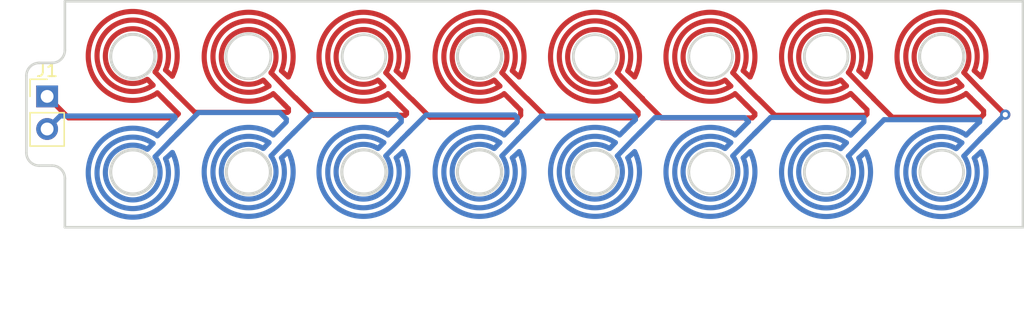
<source format=kicad_pcb>
(kicad_pcb (version 20171130) (host pcbnew "(5.1.6-0-10_14)")

  (general
    (thickness 1.6)
    (drawings 45)
    (tracks 89)
    (zones 0)
    (modules 17)
    (nets 2)
  )

  (page A4)
  (layers
    (0 F.Cu signal)
    (31 B.Cu signal)
    (32 B.Adhes user)
    (33 F.Adhes user)
    (34 B.Paste user)
    (35 F.Paste user)
    (36 B.SilkS user)
    (37 F.SilkS user)
    (38 B.Mask user)
    (39 F.Mask user)
    (40 Dwgs.User user)
    (41 Cmts.User user)
    (42 Eco1.User user)
    (43 Eco2.User user)
    (44 Edge.Cuts user)
    (45 Margin user)
    (46 B.CrtYd user)
    (47 F.CrtYd user)
    (48 B.Fab user)
    (49 F.Fab user)
  )

  (setup
    (last_trace_width 0.4)
    (user_trace_width 0.4)
    (trace_clearance 0.2)
    (zone_clearance 0.508)
    (zone_45_only no)
    (trace_min 0.2)
    (via_size 0.8)
    (via_drill 0.4)
    (via_min_size 0.4)
    (via_min_drill 0.3)
    (uvia_size 0.3)
    (uvia_drill 0.1)
    (uvias_allowed no)
    (uvia_min_size 0.2)
    (uvia_min_drill 0.1)
    (edge_width 0.05)
    (segment_width 0.2)
    (pcb_text_width 0.3)
    (pcb_text_size 1.5 1.5)
    (mod_edge_width 0.12)
    (mod_text_size 1 1)
    (mod_text_width 0.15)
    (pad_size 1 0.25)
    (pad_drill 0)
    (pad_to_mask_clearance 0.05)
    (aux_axis_origin 0 0)
    (visible_elements FFFFFF7F)
    (pcbplotparams
      (layerselection 0x010fc_ffffffff)
      (usegerberextensions true)
      (usegerberattributes true)
      (usegerberadvancedattributes true)
      (creategerberjobfile true)
      (excludeedgelayer true)
      (linewidth 0.100000)
      (plotframeref false)
      (viasonmask false)
      (mode 1)
      (useauxorigin false)
      (hpglpennumber 1)
      (hpglpenspeed 20)
      (hpglpendiameter 15.000000)
      (psnegative false)
      (psa4output false)
      (plotreference true)
      (plotvalue false)
      (plotinvisibletext false)
      (padsonsilk false)
      (subtractmaskfromsilk false)
      (outputformat 1)
      (mirror false)
      (drillshape 0)
      (scaleselection 1)
      (outputdirectory "gerber"))
  )

  (net 0 "")
  (net 1 "Net-(J1-Pad1)")

  (net_class Default "This is the default net class."
    (clearance 0.2)
    (trace_width 0.25)
    (via_dia 0.8)
    (via_drill 0.4)
    (uvia_dia 0.3)
    (uvia_drill 0.1)
    (add_net "Net-(J1-Pad1)")
  )

  (module lib_fp:lid-heater (layer F.Cu) (tedit 5EF9EE5E) (tstamp 5EFACD79)
    (at 88.1761 108.2167)
    (fp_text reference REF** (at 0 -6.096) (layer F.SilkS) hide
      (effects (font (size 1 1) (thickness 0.15)))
    )
    (fp_text value lid-heater (at 0 -0.5) (layer F.Fab) hide
      (effects (font (size 1 1) (thickness 0.15)))
    )
    (fp_text user REF** (at 0 -6.096) (layer F.SilkS) hide
      (effects (font (size 1 1) (thickness 0.15)))
    )
    (fp_arc (start -0.3429 -6.1341) (end 1.397 -4.9022) (angle -336.9282282) (layer F.Cu) (width 0.4))
    (fp_arc (start -0.3429 -6.1595) (end 2.2098 -5.0546) (angle -327.8737649) (layer F.Cu) (width 0.4))
    (fp_arc (start -0.3429 -6.1468) (end 2.7432 -4.572) (angle -330.4707161) (layer F.Cu) (width 0.4))
    (fp_line (start 1.397 -4.9022) (end 2.667 -3.5814) (layer F.Cu) (width 0.4))
    (fp_line (start 1.9304 -2.921) (end 1.5748 -3.2766) (layer F.Cu) (width 0.4))
    (fp_line (start 2.7432 -4.572) (end 2.2098 -5.0546) (layer F.Cu) (width 0.4))
    (fp_line (start 1.2446 -3.8608) (end 0.8128 -4.318) (layer F.Cu) (width 0.4))
    (pad 1 smd rect (at 2.9972 -3.2512 135) (size 1 0.4) (layers F.Cu F.Paste))
    (pad 1 smd rect (at 2.2352 -2.6162 135) (size 1 0.4) (layers F.Cu F.Paste))
  )

  (module lib_fp:lid-heater (layer F.Cu) (tedit 5EF9EE5E) (tstamp 5EFACD79)
    (at 97.1169 108.2167)
    (fp_text reference REF** (at 0 -6.096) (layer F.SilkS) hide
      (effects (font (size 1 1) (thickness 0.15)))
    )
    (fp_text value lid-heater (at 0 -0.5) (layer F.Fab) hide
      (effects (font (size 1 1) (thickness 0.15)))
    )
    (fp_text user REF** (at 0 -6.096) (layer F.SilkS) hide
      (effects (font (size 1 1) (thickness 0.15)))
    )
    (fp_arc (start -0.3429 -6.1341) (end 1.397 -4.9022) (angle -336.9282282) (layer F.Cu) (width 0.4))
    (fp_arc (start -0.3429 -6.1595) (end 2.2098 -5.0546) (angle -327.8737649) (layer F.Cu) (width 0.4))
    (fp_arc (start -0.3429 -6.1468) (end 2.7432 -4.572) (angle -330.4707161) (layer F.Cu) (width 0.4))
    (fp_line (start 1.397 -4.9022) (end 2.667 -3.5814) (layer F.Cu) (width 0.4))
    (fp_line (start 1.9304 -2.921) (end 1.5748 -3.2766) (layer F.Cu) (width 0.4))
    (fp_line (start 2.7432 -4.572) (end 2.2098 -5.0546) (layer F.Cu) (width 0.4))
    (fp_line (start 1.2446 -3.8608) (end 0.8128 -4.318) (layer F.Cu) (width 0.4))
    (pad 1 smd rect (at 2.9972 -3.2512 135) (size 1 0.4) (layers F.Cu F.Paste))
    (pad 1 smd rect (at 2.2352 -2.6162 135) (size 1 0.4) (layers F.Cu F.Paste))
  )

  (module lib_fp:lid-heater (layer F.Cu) (tedit 5EF9EE5E) (tstamp 5EFACD79)
    (at 106.1593 108.2167)
    (fp_text reference REF** (at 0 -6.096) (layer F.SilkS) hide
      (effects (font (size 1 1) (thickness 0.15)))
    )
    (fp_text value lid-heater (at 0 -0.5) (layer F.Fab) hide
      (effects (font (size 1 1) (thickness 0.15)))
    )
    (fp_text user REF** (at 0 -6.096) (layer F.SilkS) hide
      (effects (font (size 1 1) (thickness 0.15)))
    )
    (fp_arc (start -0.3429 -6.1341) (end 1.397 -4.9022) (angle -336.9282282) (layer F.Cu) (width 0.4))
    (fp_arc (start -0.3429 -6.1595) (end 2.2098 -5.0546) (angle -327.8737649) (layer F.Cu) (width 0.4))
    (fp_arc (start -0.3429 -6.1468) (end 2.7432 -4.572) (angle -330.4707161) (layer F.Cu) (width 0.4))
    (fp_line (start 1.397 -4.9022) (end 2.667 -3.5814) (layer F.Cu) (width 0.4))
    (fp_line (start 1.9304 -2.921) (end 1.5748 -3.2766) (layer F.Cu) (width 0.4))
    (fp_line (start 2.7432 -4.572) (end 2.2098 -5.0546) (layer F.Cu) (width 0.4))
    (fp_line (start 1.2446 -3.8608) (end 0.8128 -4.318) (layer F.Cu) (width 0.4))
    (pad 1 smd rect (at 2.9972 -3.2512 135) (size 1 0.4) (layers F.Cu F.Paste))
    (pad 1 smd rect (at 2.2352 -2.6162 135) (size 1 0.4) (layers F.Cu F.Paste))
  )

  (module lib_fp:lid-heater (layer F.Cu) (tedit 5EF9EE5E) (tstamp 5EFACD79)
    (at 115.1509 108.2167)
    (fp_text reference REF** (at 0 -6.096) (layer F.SilkS) hide
      (effects (font (size 1 1) (thickness 0.15)))
    )
    (fp_text value lid-heater (at 0 -0.5) (layer F.Fab) hide
      (effects (font (size 1 1) (thickness 0.15)))
    )
    (fp_text user REF** (at 0 -6.096) (layer F.SilkS) hide
      (effects (font (size 1 1) (thickness 0.15)))
    )
    (fp_arc (start -0.3429 -6.1341) (end 1.397 -4.9022) (angle -336.9282282) (layer F.Cu) (width 0.4))
    (fp_arc (start -0.3429 -6.1595) (end 2.2098 -5.0546) (angle -327.8737649) (layer F.Cu) (width 0.4))
    (fp_arc (start -0.3429 -6.1468) (end 2.7432 -4.572) (angle -330.4707161) (layer F.Cu) (width 0.4))
    (fp_line (start 1.397 -4.9022) (end 2.667 -3.5814) (layer F.Cu) (width 0.4))
    (fp_line (start 1.9304 -2.921) (end 1.5748 -3.2766) (layer F.Cu) (width 0.4))
    (fp_line (start 2.7432 -4.572) (end 2.2098 -5.0546) (layer F.Cu) (width 0.4))
    (fp_line (start 1.2446 -3.8608) (end 0.8128 -4.318) (layer F.Cu) (width 0.4))
    (pad 1 smd rect (at 2.9972 -3.2512 135) (size 1 0.4) (layers F.Cu F.Paste))
    (pad 1 smd rect (at 2.2352 -2.6162 135) (size 1 0.4) (layers F.Cu F.Paste))
  )

  (module lib_fp:lid-heater (layer F.Cu) (tedit 5EF9EE5E) (tstamp 5EFACD79)
    (at 124.1425 108.2167)
    (fp_text reference REF** (at 0 -6.096) (layer F.SilkS) hide
      (effects (font (size 1 1) (thickness 0.15)))
    )
    (fp_text value lid-heater (at 0 -0.5) (layer F.Fab) hide
      (effects (font (size 1 1) (thickness 0.15)))
    )
    (fp_text user REF** (at 0 -6.096) (layer F.SilkS) hide
      (effects (font (size 1 1) (thickness 0.15)))
    )
    (fp_arc (start -0.3429 -6.1341) (end 1.397 -4.9022) (angle -336.9282282) (layer F.Cu) (width 0.4))
    (fp_arc (start -0.3429 -6.1595) (end 2.2098 -5.0546) (angle -327.8737649) (layer F.Cu) (width 0.4))
    (fp_arc (start -0.3429 -6.1468) (end 2.7432 -4.572) (angle -330.4707161) (layer F.Cu) (width 0.4))
    (fp_line (start 1.397 -4.9022) (end 2.667 -3.5814) (layer F.Cu) (width 0.4))
    (fp_line (start 1.9304 -2.921) (end 1.5748 -3.2766) (layer F.Cu) (width 0.4))
    (fp_line (start 2.7432 -4.572) (end 2.2098 -5.0546) (layer F.Cu) (width 0.4))
    (fp_line (start 1.2446 -3.8608) (end 0.8128 -4.318) (layer F.Cu) (width 0.4))
    (pad 1 smd rect (at 2.9972 -3.2512 135) (size 1 0.4) (layers F.Cu F.Paste))
    (pad 1 smd rect (at 2.2352 -2.6162 135) (size 1 0.4) (layers F.Cu F.Paste))
  )

  (module lib_fp:lid-heater (layer F.Cu) (tedit 5EF9EE5E) (tstamp 5EFACD79)
    (at 133.1468 108.204)
    (fp_text reference REF** (at 0 -6.096) (layer F.SilkS) hide
      (effects (font (size 1 1) (thickness 0.15)))
    )
    (fp_text value lid-heater (at 0 -0.5) (layer F.Fab) hide
      (effects (font (size 1 1) (thickness 0.15)))
    )
    (fp_text user REF** (at 0 -6.096) (layer F.SilkS) hide
      (effects (font (size 1 1) (thickness 0.15)))
    )
    (fp_arc (start -0.3429 -6.1341) (end 1.397 -4.9022) (angle -336.9282282) (layer F.Cu) (width 0.4))
    (fp_arc (start -0.3429 -6.1595) (end 2.2098 -5.0546) (angle -327.8737649) (layer F.Cu) (width 0.4))
    (fp_arc (start -0.3429 -6.1468) (end 2.7432 -4.572) (angle -330.4707161) (layer F.Cu) (width 0.4))
    (fp_line (start 1.397 -4.9022) (end 2.667 -3.5814) (layer F.Cu) (width 0.4))
    (fp_line (start 1.9304 -2.921) (end 1.5748 -3.2766) (layer F.Cu) (width 0.4))
    (fp_line (start 2.7432 -4.572) (end 2.2098 -5.0546) (layer F.Cu) (width 0.4))
    (fp_line (start 1.2446 -3.8608) (end 0.8128 -4.318) (layer F.Cu) (width 0.4))
    (pad 1 smd rect (at 2.9972 -3.2512 135) (size 1 0.4) (layers F.Cu F.Paste))
    (pad 1 smd rect (at 2.2352 -2.6162 135) (size 1 0.4) (layers F.Cu F.Paste))
  )

  (module lib_fp:lid-heater (layer F.Cu) (tedit 5EF9EE5E) (tstamp 5EFACD79)
    (at 142.1384 108.204)
    (fp_text reference REF** (at 0 -6.096) (layer F.SilkS) hide
      (effects (font (size 1 1) (thickness 0.15)))
    )
    (fp_text value lid-heater (at 0 -0.5) (layer F.Fab) hide
      (effects (font (size 1 1) (thickness 0.15)))
    )
    (fp_text user REF** (at 0 -6.096) (layer F.SilkS) hide
      (effects (font (size 1 1) (thickness 0.15)))
    )
    (fp_arc (start -0.3429 -6.1341) (end 1.397 -4.9022) (angle -336.9282282) (layer F.Cu) (width 0.4))
    (fp_arc (start -0.3429 -6.1595) (end 2.2098 -5.0546) (angle -327.8737649) (layer F.Cu) (width 0.4))
    (fp_arc (start -0.3429 -6.1468) (end 2.7432 -4.572) (angle -330.4707161) (layer F.Cu) (width 0.4))
    (fp_line (start 1.397 -4.9022) (end 2.667 -3.5814) (layer F.Cu) (width 0.4))
    (fp_line (start 1.9304 -2.921) (end 1.5748 -3.2766) (layer F.Cu) (width 0.4))
    (fp_line (start 2.7432 -4.572) (end 2.2098 -5.0546) (layer F.Cu) (width 0.4))
    (fp_line (start 1.2446 -3.8608) (end 0.8128 -4.318) (layer F.Cu) (width 0.4))
    (pad 1 smd rect (at 2.9972 -3.2512 135) (size 1 0.4) (layers F.Cu F.Paste))
    (pad 1 smd rect (at 2.2352 -2.6162 135) (size 1 0.4) (layers F.Cu F.Paste))
  )

  (module lib_fp:lid-heater (layer B.Cu) (tedit 5EF9EE5E) (tstamp 5EFAD34C)
    (at 142.1384 104.902)
    (fp_text reference REF** (at 0 6.096) (layer B.SilkS) hide
      (effects (font (size 1 1) (thickness 0.15)) (justify mirror))
    )
    (fp_text value lid-heater (at 0 0.5) (layer B.Fab) hide
      (effects (font (size 1 1) (thickness 0.15)) (justify mirror))
    )
    (fp_text user REF** (at 0 6.096) (layer B.SilkS) hide
      (effects (font (size 1 1) (thickness 0.15)) (justify mirror))
    )
    (fp_arc (start -0.3429 6.1341) (end 1.397 4.9022) (angle 336.9282282) (layer B.Cu) (width 0.4))
    (fp_arc (start -0.3429 6.1595) (end 2.2098 5.0546) (angle 327.8737649) (layer B.Cu) (width 0.4))
    (fp_arc (start -0.3429 6.1468) (end 2.7432 4.572) (angle 330.4707161) (layer B.Cu) (width 0.4))
    (fp_line (start 1.397 4.9022) (end 2.667 3.5814) (layer B.Cu) (width 0.4))
    (fp_line (start 1.9304 2.921) (end 1.5748 3.2766) (layer B.Cu) (width 0.4))
    (fp_line (start 2.7432 4.572) (end 2.2098 5.0546) (layer B.Cu) (width 0.4))
    (fp_line (start 1.2446 3.8608) (end 0.8128 4.318) (layer B.Cu) (width 0.4))
    (pad 1 smd rect (at 2.9972 3.2512 225) (size 1 0.4) (layers B.Cu B.Paste))
    (pad 1 smd rect (at 2.2352 2.6162 225) (size 1 0.4) (layers B.Cu B.Paste))
  )

  (module lib_fp:lid-heater (layer B.Cu) (tedit 5EF9EE5E) (tstamp 5EFAD359)
    (at 124.1425 104.8893)
    (fp_text reference REF** (at 0 6.096) (layer B.SilkS) hide
      (effects (font (size 1 1) (thickness 0.15)) (justify mirror))
    )
    (fp_text value lid-heater (at 0 0.5) (layer B.Fab) hide
      (effects (font (size 1 1) (thickness 0.15)) (justify mirror))
    )
    (fp_text user REF** (at 0 6.096) (layer B.SilkS) hide
      (effects (font (size 1 1) (thickness 0.15)) (justify mirror))
    )
    (fp_arc (start -0.3429 6.1341) (end 1.397 4.9022) (angle 336.9282282) (layer B.Cu) (width 0.4))
    (fp_arc (start -0.3429 6.1595) (end 2.2098 5.0546) (angle 327.8737649) (layer B.Cu) (width 0.4))
    (fp_arc (start -0.3429 6.1468) (end 2.7432 4.572) (angle 330.4707161) (layer B.Cu) (width 0.4))
    (fp_line (start 1.397 4.9022) (end 2.667 3.5814) (layer B.Cu) (width 0.4))
    (fp_line (start 1.9304 2.921) (end 1.5748 3.2766) (layer B.Cu) (width 0.4))
    (fp_line (start 2.7432 4.572) (end 2.2098 5.0546) (layer B.Cu) (width 0.4))
    (fp_line (start 1.2446 3.8608) (end 0.8128 4.318) (layer B.Cu) (width 0.4))
    (pad 1 smd rect (at 2.9972 3.2512 225) (size 1 0.4) (layers B.Cu B.Paste))
    (pad 1 smd rect (at 2.2352 2.6162 225) (size 1 0.4) (layers B.Cu B.Paste))
  )

  (module lib_fp:lid-heater (layer B.Cu) (tedit 5EF9EE5E) (tstamp 5EFAD366)
    (at 79.1464 104.9528)
    (fp_text reference REF** (at 0 6.096) (layer B.SilkS) hide
      (effects (font (size 1 1) (thickness 0.15)) (justify mirror))
    )
    (fp_text value lid-heater (at 0 0.5) (layer B.Fab) hide
      (effects (font (size 1 1) (thickness 0.15)) (justify mirror))
    )
    (fp_text user REF** (at 0 6.096) (layer B.SilkS) hide
      (effects (font (size 1 1) (thickness 0.15)) (justify mirror))
    )
    (fp_arc (start -0.3429 6.1341) (end 1.397 4.9022) (angle 336.9282282) (layer B.Cu) (width 0.4))
    (fp_arc (start -0.3429 6.1595) (end 2.2098 5.0546) (angle 327.8737649) (layer B.Cu) (width 0.4))
    (fp_arc (start -0.3429 6.1468) (end 2.7432 4.572) (angle 330.4707161) (layer B.Cu) (width 0.4))
    (fp_line (start 1.397 4.9022) (end 2.667 3.5814) (layer B.Cu) (width 0.4))
    (fp_line (start 1.9304 2.921) (end 1.5748 3.2766) (layer B.Cu) (width 0.4))
    (fp_line (start 2.7432 4.572) (end 2.2098 5.0546) (layer B.Cu) (width 0.4))
    (fp_line (start 1.2446 3.8608) (end 0.8128 4.318) (layer B.Cu) (width 0.4))
    (pad 1 smd rect (at 2.9972 3.2512 225) (size 1 0.4) (layers B.Cu B.Paste))
    (pad 1 smd rect (at 2.2352 2.6162 225) (size 1 0.4) (layers B.Cu B.Paste))
  )

  (module lib_fp:lid-heater (layer B.Cu) (tedit 5EF9EE5E) (tstamp 5EFAD373)
    (at 88.1761 104.8893)
    (fp_text reference REF** (at 0 6.096) (layer B.SilkS) hide
      (effects (font (size 1 1) (thickness 0.15)) (justify mirror))
    )
    (fp_text value lid-heater (at 0 0.5) (layer B.Fab) hide
      (effects (font (size 1 1) (thickness 0.15)) (justify mirror))
    )
    (fp_text user REF** (at 0 6.096) (layer B.SilkS) hide
      (effects (font (size 1 1) (thickness 0.15)) (justify mirror))
    )
    (fp_arc (start -0.3429 6.1341) (end 1.397 4.9022) (angle 336.9282282) (layer B.Cu) (width 0.4))
    (fp_arc (start -0.3429 6.1595) (end 2.2098 5.0546) (angle 327.8737649) (layer B.Cu) (width 0.4))
    (fp_arc (start -0.3429 6.1468) (end 2.7432 4.572) (angle 330.4707161) (layer B.Cu) (width 0.4))
    (fp_line (start 1.397 4.9022) (end 2.667 3.5814) (layer B.Cu) (width 0.4))
    (fp_line (start 1.9304 2.921) (end 1.5748 3.2766) (layer B.Cu) (width 0.4))
    (fp_line (start 2.7432 4.572) (end 2.2098 5.0546) (layer B.Cu) (width 0.4))
    (fp_line (start 1.2446 3.8608) (end 0.8128 4.318) (layer B.Cu) (width 0.4))
    (pad 1 smd rect (at 2.9972 3.2512 225) (size 1 0.4) (layers B.Cu B.Paste))
    (pad 1 smd rect (at 2.2352 2.6162 225) (size 1 0.4) (layers B.Cu B.Paste))
  )

  (module lib_fp:lid-heater (layer B.Cu) (tedit 5EF9EE5E) (tstamp 5EFAD380)
    (at 106.1593 104.8893)
    (fp_text reference REF** (at 0 6.096) (layer B.SilkS) hide
      (effects (font (size 1 1) (thickness 0.15)) (justify mirror))
    )
    (fp_text value lid-heater (at 0 0.5) (layer B.Fab) hide
      (effects (font (size 1 1) (thickness 0.15)) (justify mirror))
    )
    (fp_text user REF** (at 0 6.096) (layer B.SilkS) hide
      (effects (font (size 1 1) (thickness 0.15)) (justify mirror))
    )
    (fp_arc (start -0.3429 6.1341) (end 1.397 4.9022) (angle 336.9282282) (layer B.Cu) (width 0.4))
    (fp_arc (start -0.3429 6.1595) (end 2.2098 5.0546) (angle 327.8737649) (layer B.Cu) (width 0.4))
    (fp_arc (start -0.3429 6.1468) (end 2.7432 4.572) (angle 330.4707161) (layer B.Cu) (width 0.4))
    (fp_line (start 1.397 4.9022) (end 2.667 3.5814) (layer B.Cu) (width 0.4))
    (fp_line (start 1.9304 2.921) (end 1.5748 3.2766) (layer B.Cu) (width 0.4))
    (fp_line (start 2.7432 4.572) (end 2.2098 5.0546) (layer B.Cu) (width 0.4))
    (fp_line (start 1.2446 3.8608) (end 0.8128 4.318) (layer B.Cu) (width 0.4))
    (pad 1 smd rect (at 2.9972 3.2512 225) (size 1 0.4) (layers B.Cu B.Paste))
    (pad 1 smd rect (at 2.2352 2.6162 225) (size 1 0.4) (layers B.Cu B.Paste))
  )

  (module lib_fp:lid-heater (layer B.Cu) (tedit 5EF9EE5E) (tstamp 5EFAD38D)
    (at 97.1169 104.8893)
    (fp_text reference REF** (at 0 6.096) (layer B.SilkS) hide
      (effects (font (size 1 1) (thickness 0.15)) (justify mirror))
    )
    (fp_text value lid-heater (at 0 0.5) (layer B.Fab) hide
      (effects (font (size 1 1) (thickness 0.15)) (justify mirror))
    )
    (fp_text user REF** (at 0 6.096) (layer B.SilkS) hide
      (effects (font (size 1 1) (thickness 0.15)) (justify mirror))
    )
    (fp_arc (start -0.3429 6.1341) (end 1.397 4.9022) (angle 336.9282282) (layer B.Cu) (width 0.4))
    (fp_arc (start -0.3429 6.1595) (end 2.2098 5.0546) (angle 327.8737649) (layer B.Cu) (width 0.4))
    (fp_arc (start -0.3429 6.1468) (end 2.7432 4.572) (angle 330.4707161) (layer B.Cu) (width 0.4))
    (fp_line (start 1.397 4.9022) (end 2.667 3.5814) (layer B.Cu) (width 0.4))
    (fp_line (start 1.9304 2.921) (end 1.5748 3.2766) (layer B.Cu) (width 0.4))
    (fp_line (start 2.7432 4.572) (end 2.2098 5.0546) (layer B.Cu) (width 0.4))
    (fp_line (start 1.2446 3.8608) (end 0.8128 4.318) (layer B.Cu) (width 0.4))
    (pad 1 smd rect (at 2.9972 3.2512 225) (size 1 0.4) (layers B.Cu B.Paste))
    (pad 1 smd rect (at 2.2352 2.6162 225) (size 1 0.4) (layers B.Cu B.Paste))
  )

  (module lib_fp:lid-heater (layer B.Cu) (tedit 5EF9EE5E) (tstamp 5EFAD39A)
    (at 133.1468 104.902)
    (fp_text reference REF** (at 0 6.096) (layer B.SilkS) hide
      (effects (font (size 1 1) (thickness 0.15)) (justify mirror))
    )
    (fp_text value lid-heater (at 0 0.5) (layer B.Fab) hide
      (effects (font (size 1 1) (thickness 0.15)) (justify mirror))
    )
    (fp_text user REF** (at 0 6.096) (layer B.SilkS) hide
      (effects (font (size 1 1) (thickness 0.15)) (justify mirror))
    )
    (fp_arc (start -0.3429 6.1341) (end 1.397 4.9022) (angle 336.9282282) (layer B.Cu) (width 0.4))
    (fp_arc (start -0.3429 6.1595) (end 2.2098 5.0546) (angle 327.8737649) (layer B.Cu) (width 0.4))
    (fp_arc (start -0.3429 6.1468) (end 2.7432 4.572) (angle 330.4707161) (layer B.Cu) (width 0.4))
    (fp_line (start 1.397 4.9022) (end 2.667 3.5814) (layer B.Cu) (width 0.4))
    (fp_line (start 1.9304 2.921) (end 1.5748 3.2766) (layer B.Cu) (width 0.4))
    (fp_line (start 2.7432 4.572) (end 2.2098 5.0546) (layer B.Cu) (width 0.4))
    (fp_line (start 1.2446 3.8608) (end 0.8128 4.318) (layer B.Cu) (width 0.4))
    (pad 1 smd rect (at 2.9972 3.2512 225) (size 1 0.4) (layers B.Cu B.Paste))
    (pad 1 smd rect (at 2.2352 2.6162 225) (size 1 0.4) (layers B.Cu B.Paste))
  )

  (module lib_fp:lid-heater (layer B.Cu) (tedit 5EF9EE5E) (tstamp 5EFAD3A7)
    (at 115.1509 104.8893)
    (fp_text reference REF** (at 0 6.096) (layer B.SilkS) hide
      (effects (font (size 1 1) (thickness 0.15)) (justify mirror))
    )
    (fp_text value lid-heater (at 0 0.5) (layer B.Fab) hide
      (effects (font (size 1 1) (thickness 0.15)) (justify mirror))
    )
    (fp_text user REF** (at 0 6.096) (layer B.SilkS) hide
      (effects (font (size 1 1) (thickness 0.15)) (justify mirror))
    )
    (fp_arc (start -0.3429 6.1341) (end 1.397 4.9022) (angle 336.9282282) (layer B.Cu) (width 0.4))
    (fp_arc (start -0.3429 6.1595) (end 2.2098 5.0546) (angle 327.8737649) (layer B.Cu) (width 0.4))
    (fp_arc (start -0.3429 6.1468) (end 2.7432 4.572) (angle 330.4707161) (layer B.Cu) (width 0.4))
    (fp_line (start 1.397 4.9022) (end 2.667 3.5814) (layer B.Cu) (width 0.4))
    (fp_line (start 1.9304 2.921) (end 1.5748 3.2766) (layer B.Cu) (width 0.4))
    (fp_line (start 2.7432 4.572) (end 2.2098 5.0546) (layer B.Cu) (width 0.4))
    (fp_line (start 1.2446 3.8608) (end 0.8128 4.318) (layer B.Cu) (width 0.4))
    (pad 1 smd rect (at 2.9972 3.2512 225) (size 1 0.4) (layers B.Cu B.Paste))
    (pad 1 smd rect (at 2.2352 2.6162 225) (size 1 0.4) (layers B.Cu B.Paste))
  )

  (module lib_fp:lid-heater (layer F.Cu) (tedit 5EF9EE5E) (tstamp 5EFACD3D)
    (at 79.1464 108.1532)
    (fp_text reference REF** (at 0 -6.096) (layer F.SilkS) hide
      (effects (font (size 1 1) (thickness 0.15)))
    )
    (fp_text value lid-heater (at 0 -0.5) (layer F.Fab) hide
      (effects (font (size 1 1) (thickness 0.15)))
    )
    (fp_text user REF** (at 0 -6.096) (layer F.SilkS) hide
      (effects (font (size 1 1) (thickness 0.15)))
    )
    (fp_arc (start -0.3429 -6.1341) (end 1.397 -4.9022) (angle -336.9282282) (layer F.Cu) (width 0.4))
    (fp_arc (start -0.3429 -6.1595) (end 2.2098 -5.0546) (angle -327.8737649) (layer F.Cu) (width 0.4))
    (fp_arc (start -0.3429 -6.1468) (end 2.7432 -4.572) (angle -330.4707161) (layer F.Cu) (width 0.4))
    (fp_line (start 1.397 -4.9022) (end 2.667 -3.5814) (layer F.Cu) (width 0.4))
    (fp_line (start 1.9304 -2.921) (end 1.5748 -3.2766) (layer F.Cu) (width 0.4))
    (fp_line (start 2.7432 -4.572) (end 2.2098 -5.0546) (layer F.Cu) (width 0.4))
    (fp_line (start 1.2446 -3.8608) (end 0.8128 -4.318) (layer F.Cu) (width 0.4))
    (pad 1 smd rect (at 2.9972 -3.2512 135) (size 1 0.4) (layers F.Cu F.Paste))
    (pad 1 smd rect (at 2.2352 -2.6162 135) (size 1 0.4) (layers F.Cu F.Paste))
  )

  (module Connector_PinHeader_2.54mm:PinHeader_1x02_P2.54mm_Vertical (layer F.Cu) (tedit 5EF9ED6B) (tstamp 5EFA0211)
    (at 72.136 105.156)
    (descr "Through hole straight pin header, 1x02, 2.54mm pitch, single row")
    (tags "Through hole pin header THT 1x02 2.54mm single row")
    (path /5EF9A5BA)
    (fp_text reference J1 (at 0 -2.032) (layer F.SilkS)
      (effects (font (size 1 1) (thickness 0.15)))
    )
    (fp_text value "Hot Wire" (at -0.3556 6.4008) (layer F.Fab)
      (effects (font (size 1 1) (thickness 0.15)))
    )
    (fp_text user %R (at 0 1.27 90) (layer F.Fab)
      (effects (font (size 1 1) (thickness 0.15)))
    )
    (fp_line (start -0.635 -1.27) (end 1.27 -1.27) (layer F.Fab) (width 0.1))
    (fp_line (start 1.27 -1.27) (end 1.27 3.81) (layer F.Fab) (width 0.1))
    (fp_line (start 1.27 3.81) (end -1.27 3.81) (layer F.Fab) (width 0.1))
    (fp_line (start -1.27 3.81) (end -1.27 -0.635) (layer F.Fab) (width 0.1))
    (fp_line (start -1.27 -0.635) (end -0.635 -1.27) (layer F.Fab) (width 0.1))
    (fp_line (start -1.33 3.87) (end 1.33 3.87) (layer F.SilkS) (width 0.12))
    (fp_line (start -1.33 1.27) (end -1.33 3.87) (layer F.SilkS) (width 0.12))
    (fp_line (start 1.33 1.27) (end 1.33 3.87) (layer F.SilkS) (width 0.12))
    (fp_line (start -1.33 1.27) (end 1.33 1.27) (layer F.SilkS) (width 0.12))
    (fp_line (start -1.33 0) (end -1.33 -1.33) (layer F.SilkS) (width 0.12))
    (fp_line (start -1.33 -1.33) (end 0 -1.33) (layer F.SilkS) (width 0.12))
    (fp_line (start -1.8 -1.8) (end -1.8 4.35) (layer F.CrtYd) (width 0.05))
    (fp_line (start -1.8 4.35) (end 1.8 4.35) (layer F.CrtYd) (width 0.05))
    (fp_line (start 1.8 4.35) (end 1.8 -1.8) (layer F.CrtYd) (width 0.05))
    (fp_line (start 1.8 -1.8) (end -1.8 -1.8) (layer F.CrtYd) (width 0.05))
    (pad 2 thru_hole oval (at 0 2.54) (size 1.7 1.7) (drill 1) (layers *.Cu *.Mask))
    (pad 1 thru_hole rect (at 0 0) (size 1.7 1.7) (drill 1) (layers *.Cu *.Mask)
      (net 1 "Net-(J1-Pad1)"))
    (model ${KISYS3DMOD}/Connector_PinHeader_2.54mm.3dshapes/PinHeader_1x02_P2.54mm_Vertical.wrl
      (at (xyz 0 0 0))
      (scale (xyz 1 1 1))
      (rotate (xyz 0 0 0))
    )
  )

  (gr_circle (center 96.82 102.0488) (end 96.82 103.7488) (layer Edge.Cuts) (width 0.2))
  (gr_circle (center 114.82 102.0488) (end 114.82 103.7488) (layer Edge.Cuts) (width 0.2))
  (gr_circle (center 123.82 111.0488) (end 123.82 112.7488) (layer Edge.Cuts) (width 0.2))
  (gr_circle (center 123.82 102.0488) (end 123.82 103.7488) (layer Edge.Cuts) (width 0.2))
  (gr_circle (center 132.82 111.0488) (end 132.82 112.7488) (layer Edge.Cuts) (width 0.2))
  (gr_circle (center 132.82 102.0488) (end 132.82 103.7488) (layer Edge.Cuts) (width 0.2))
  (gr_circle (center 141.82 111.0488) (end 141.82 112.7488) (layer Edge.Cuts) (width 0.2))
  (gr_line (start 148.137464 115.3488) (end 148.137464 97.7488) (layer Edge.Cuts) (width 0.2))
  (gr_line (start 73.52 115.3488) (end 148.137464 115.3488) (layer Edge.Cuts) (width 0.2))
  (gr_line (start 73.52 111.5488) (end 73.52 115.3488) (layer Edge.Cuts) (width 0.2))
  (gr_arc (start 72.52 111.5488) (end 73.52 111.5488) (angle -90) (layer Edge.Cuts) (width 0.2))
  (gr_line (start 71.52 110.5488) (end 72.52 110.5488) (layer Edge.Cuts) (width 0.2))
  (gr_arc (start 71.52 109.5488) (end 70.52 109.5488) (angle -90) (layer Edge.Cuts) (width 0.2))
  (gr_line (start 70.52 103.5488) (end 70.52 109.5488) (layer Edge.Cuts) (width 0.2))
  (gr_arc (start 71.52 103.5488) (end 71.52 102.5488) (angle -90) (layer Edge.Cuts) (width 0.2))
  (gr_line (start 72.52 102.5488) (end 71.52 102.5488) (layer Edge.Cuts) (width 0.2))
  (gr_arc (start 72.52 101.5488) (end 72.52 102.5488) (angle -90) (layer Edge.Cuts) (width 0.2))
  (gr_line (start 73.52 97.7488) (end 73.52 101.5488) (layer Edge.Cuts) (width 0.2))
  (gr_line (start 148.137464 97.7488) (end 73.52 97.7488) (layer Edge.Cuts) (width 0.2))
  (gr_circle (center 78.82 102.0488) (end 78.82 103.7988) (layer Edge.Cuts) (width 0.2))
  (gr_circle (center 87.82 102.0488) (end 87.82 103.7988) (layer Edge.Cuts) (width 0.2))
  (gr_circle (center 105.82 102.0488) (end 105.82 103.7988) (layer Edge.Cuts) (width 0.2))
  (gr_circle (center 141.82 102.0488) (end 141.82 103.7988) (layer Edge.Cuts) (width 0.2))
  (gr_circle (center 78.82 111.0488) (end 78.82 112.7988) (layer Edge.Cuts) (width 0.2))
  (gr_circle (center 87.82 111.0488) (end 87.82 112.7988) (layer Edge.Cuts) (width 0.2))
  (gr_circle (center 96.82 111.0488) (end 96.82 112.7988) (layer Edge.Cuts) (width 0.2))
  (gr_circle (center 105.82 111.0488) (end 105.82 112.7988) (layer Edge.Cuts) (width 0.2))
  (gr_circle (center 114.82 111.0488) (end 114.82 112.7988) (layer Edge.Cuts) (width 0.2))
  (gr_text "Length per well: ca. 53mm\nTotal length (ca.): 8*53mm + 2*75mm = 572mm\nResistance: ca. 7 Ohm" (at 104.1908 119.9388) (layer Cmts.User)
    (effects (font (size 1.5 1.5) (thickness 0.3)))
  )
  (gr_circle (center 87.8076 102.0392) (end 87.8076 103.7892) (layer Edge.Cuts) (width 0.2))
  (gr_circle (center 78.8076 111.0392) (end 78.8076 112.7392) (layer Edge.Cuts) (width 0.2))
  (gr_circle (center 78.8076 102.0392) (end 78.8076 103.7392) (layer Edge.Cuts) (width 0.2))
  (gr_circle (center 87.8076 111.0392) (end 87.8076 112.7392) (layer Edge.Cuts) (width 0.2))
  (gr_circle (center 96.8076 111.0392) (end 96.8076 112.7392) (layer Edge.Cuts) (width 0.2))
  (gr_circle (center 96.8076 102.0392) (end 96.8076 103.7392) (layer Edge.Cuts) (width 0.2))
  (gr_circle (center 105.8076 111.0392) (end 105.8076 112.7392) (layer Edge.Cuts) (width 0.2))
  (gr_circle (center 105.8076 102.0392) (end 105.8076 103.7392) (layer Edge.Cuts) (width 0.2))
  (gr_circle (center 114.8076 111.0392) (end 114.8076 112.7392) (layer Edge.Cuts) (width 0.2))
  (gr_circle (center 114.8076 102.0392) (end 114.8076 103.7392) (layer Edge.Cuts) (width 0.2))
  (gr_circle (center 123.8076 111.0392) (end 123.8076 112.7392) (layer Edge.Cuts) (width 0.2))
  (gr_circle (center 123.8076 102.0392) (end 123.8076 103.7392) (layer Edge.Cuts) (width 0.2))
  (gr_circle (center 132.8076 111.0392) (end 132.8076 112.7392) (layer Edge.Cuts) (width 0.2))
  (gr_circle (center 132.8076 102.0392) (end 132.8076 103.7392) (layer Edge.Cuts) (width 0.2))
  (gr_circle (center 141.8076 111.0392) (end 141.8076 112.7392) (layer Edge.Cuts) (width 0.2))
  (gr_circle (center 141.8076 102.0392) (end 141.8076 103.7392) (layer Edge.Cuts) (width 0.2))

  (segment (start 72.136 107.696) (end 73.152 106.68) (width 0.4) (layer B.Cu) (net 0))
  (segment (start 73.152 106.68) (end 81.9912 106.68) (width 0.4) (layer B.Cu) (net 0))
  (segment (start 81.9912 106.68) (end 82.0928 106.7816) (width 0.4) (layer B.Cu) (net 0))
  (segment (start 82.0928 106.8578) (end 81.539171 107.411429) (width 0.4) (layer B.Cu) (net 0))
  (segment (start 82.0928 106.7816) (end 82.0928 106.8578) (width 0.4) (layer B.Cu) (net 0))
  (segment (start 82.237753 104.996152) (end 82.234856 104.998938) (width 0.4) (layer F.Cu) (net 0))
  (segment (start 83.642201 106.4006) (end 82.237753 104.996152) (width 0.4) (layer F.Cu) (net 0))
  (segment (start 83.642201 106.4006) (end 90.8558 106.4006) (width 0.4) (layer F.Cu) (net 0))
  (segment (start 90.8558 106.4006) (end 90.932 106.3244) (width 0.4) (layer F.Cu) (net 0))
  (segment (start 90.932 106.1212) (end 90.530771 105.719971) (width 0.4) (layer F.Cu) (net 0))
  (segment (start 90.932 106.3244) (end 90.932 106.1212) (width 0.4) (layer F.Cu) (net 0))
  (segment (start 100.1268 106.3752) (end 99.471571 105.719971) (width 0.4) (layer F.Cu) (net 0))
  (segment (start 100.1268 106.5276) (end 100.1268 106.3752) (width 0.4) (layer F.Cu) (net 0))
  (segment (start 100.0252 106.6292) (end 100.1268 106.5276) (width 0.4) (layer F.Cu) (net 0))
  (segment (start 92.8624 106.6292) (end 100.0252 106.6292) (width 0.4) (layer F.Cu) (net 0))
  (segment (start 91.4908 105.2576) (end 92.8624 106.6292) (width 0.4) (layer F.Cu) (net 0))
  (segment (start 108.8644 106.7816) (end 109.0168 106.6292) (width 0.4) (layer F.Cu) (net 0))
  (segment (start 109.0168 106.2228) (end 108.513971 105.719971) (width 0.4) (layer F.Cu) (net 0))
  (segment (start 109.0168 106.6292) (end 109.0168 106.2228) (width 0.4) (layer F.Cu) (net 0))
  (segment (start 101.9556 106.7816) (end 108.8644 106.7816) (width 0.4) (layer F.Cu) (net 0))
  (segment (start 100.5332 105.3592) (end 101.9556 106.7816) (width 0.4) (layer F.Cu) (net 0))
  (segment (start 118.1608 106.5784) (end 118.1608 106.3752) (width 0.4) (layer F.Cu) (net 0))
  (segment (start 117.9068 106.8324) (end 118.1608 106.5784) (width 0.4) (layer F.Cu) (net 0))
  (segment (start 111.0488 106.8324) (end 117.9068 106.8324) (width 0.4) (layer F.Cu) (net 0))
  (segment (start 118.1608 106.3752) (end 117.505571 105.719971) (width 0.4) (layer F.Cu) (net 0))
  (segment (start 109.5248 105.3084) (end 111.0488 106.8324) (width 0.4) (layer F.Cu) (net 0))
  (segment (start 118.5164 105.3084) (end 118.5164 105.3592) (width 0.4) (layer F.Cu) (net 0))
  (segment (start 118.5164 105.3592) (end 119.9896 106.8324) (width 0.4) (layer F.Cu) (net 0))
  (segment (start 119.9896 106.8324) (end 127.0508 106.8324) (width 0.4) (layer F.Cu) (net 0))
  (segment (start 127.0508 106.8324) (end 127.254 106.6292) (width 0.4) (layer F.Cu) (net 0))
  (segment (start 127.254 106.4768) (end 126.497171 105.719971) (width 0.4) (layer F.Cu) (net 0))
  (segment (start 127.254 106.6292) (end 127.254 106.4768) (width 0.4) (layer F.Cu) (net 0))
  (segment (start 127.508 105.3084) (end 128.8288 106.6292) (width 0.4) (layer F.Cu) (net 0))
  (segment (start 128.8288 106.6292) (end 135.89 106.6292) (width 0.4) (layer F.Cu) (net 0))
  (segment (start 135.89 106.6292) (end 135.9916 106.5276) (width 0.4) (layer F.Cu) (net 0))
  (segment (start 135.9916 106.1974) (end 135.501471 105.707271) (width 0.4) (layer F.Cu) (net 0))
  (segment (start 135.9916 106.5276) (end 135.9916 106.1974) (width 0.4) (layer F.Cu) (net 0))
  (segment (start 136.5123 105.3211) (end 136.5123 105.3338) (width 0.4) (layer F.Cu) (net 0))
  (segment (start 136.5123 105.3338) (end 137.9601 106.7816) (width 0.4) (layer F.Cu) (net 0))
  (segment (start 137.9601 106.7816) (end 144.8689 106.7816) (width 0.4) (layer F.Cu) (net 0))
  (segment (start 144.8689 106.7816) (end 145.0721 106.5784) (width 0.4) (layer F.Cu) (net 0))
  (segment (start 145.0721 106.2863) (end 144.493071 105.707271) (width 0.4) (layer F.Cu) (net 0))
  (segment (start 145.0721 106.5784) (end 145.0721 106.2863) (width 0.4) (layer F.Cu) (net 0))
  (segment (start 145.4912 105.3211) (end 145.5039 105.3211) (width 0.4) (layer F.Cu) (net 0))
  (segment (start 145.5039 105.3211) (end 146.7612 106.5784) (width 0.4) (layer F.Cu) (net 0))
  (via (at 146.7612 106.5784) (size 0.8) (drill 0.4) (layers F.Cu B.Cu) (net 0))
  (segment (start 145.3515 107.9373) (end 146.7104 106.5784) (width 0.4) (layer B.Cu) (net 0))
  (segment (start 146.7104 106.5784) (end 146.7612 106.5784) (width 0.4) (layer B.Cu) (net 0))
  (segment (start 145.3515 107.9627) (end 145.3515 107.9373) (width 0.4) (layer B.Cu) (net 0))
  (segment (start 144.7673 107.1626) (end 144.7673 106.9721) (width 0.4) (layer B.Cu) (net 0))
  (segment (start 137.321408 106.9721) (end 136.23627 108.057238) (width 0.4) (layer B.Cu) (net 0))
  (segment (start 144.7673 106.9721) (end 137.321408 106.9721) (width 0.4) (layer B.Cu) (net 0))
  (segment (start 135.7503 107.1499) (end 135.7503 106.807) (width 0.4) (layer B.Cu) (net 0))
  (segment (start 135.7503 106.807) (end 135.7376 106.7943) (width 0.4) (layer B.Cu) (net 0))
  (segment (start 127.233852 108.046347) (end 127.23197 108.044538) (width 0.4) (layer B.Cu) (net 0))
  (segment (start 128.4859 106.7943) (end 127.233852 108.046347) (width 0.4) (layer B.Cu) (net 0))
  (segment (start 135.7376 106.7943) (end 128.4859 106.7943) (width 0.4) (layer B.Cu) (net 0))
  (segment (start 126.7714 107.1245) (end 126.4539 106.807) (width 0.4) (layer B.Cu) (net 0))
  (segment (start 118.242252 108.046347) (end 118.24037 108.044538) (width 0.4) (layer B.Cu) (net 0))
  (segment (start 119.4816 106.807) (end 118.242252 108.046347) (width 0.4) (layer B.Cu) (net 0))
  (segment (start 126.4539 106.807) (end 119.4816 106.807) (width 0.4) (layer B.Cu) (net 0))
  (segment (start 117.7544 107.1245) (end 117.7925 107.1245) (width 0.4) (layer B.Cu) (net 0))
  (segment (start 117.7925 107.1245) (end 117.9576 106.9594) (width 0.4) (layer B.Cu) (net 0))
  (segment (start 117.9576 106.9594) (end 117.9576 106.7943) (width 0.4) (layer B.Cu) (net 0))
  (segment (start 117.9576 106.7943) (end 117.856 106.6927) (width 0.4) (layer B.Cu) (net 0))
  (segment (start 109.250652 108.046347) (end 109.24877 108.044538) (width 0.4) (layer B.Cu) (net 0))
  (segment (start 110.6043 106.6927) (end 109.250652 108.046347) (width 0.4) (layer B.Cu) (net 0))
  (segment (start 117.856 106.6927) (end 110.6043 106.6927) (width 0.4) (layer B.Cu) (net 0))
  (segment (start 108.7501 107.1245) (end 108.7501 106.7943) (width 0.4) (layer B.Cu) (net 0))
  (segment (start 108.7501 106.7943) (end 108.5596 106.6038) (width 0.4) (layer B.Cu) (net 0))
  (segment (start 100.208252 108.046347) (end 100.20637 108.044538) (width 0.4) (layer B.Cu) (net 0))
  (segment (start 101.6508 106.6038) (end 100.208252 108.046347) (width 0.4) (layer B.Cu) (net 0))
  (segment (start 108.5596 106.6038) (end 101.6508 106.6038) (width 0.4) (layer B.Cu) (net 0))
  (segment (start 99.7204 107.1499) (end 99.7204 106.9086) (width 0.4) (layer B.Cu) (net 0))
  (segment (start 99.7204 106.9086) (end 99.3902 106.5784) (width 0.4) (layer B.Cu) (net 0))
  (segment (start 91.267452 108.046347) (end 91.26557 108.044538) (width 0.4) (layer B.Cu) (net 0))
  (segment (start 92.7354 106.5784) (end 91.267452 108.046347) (width 0.4) (layer B.Cu) (net 0))
  (segment (start 99.3902 106.5784) (end 92.7354 106.5784) (width 0.4) (layer B.Cu) (net 0))
  (segment (start 90.7669 107.1372) (end 90.7669 106.9213) (width 0.4) (layer B.Cu) (net 0))
  (segment (start 90.7669 106.9213) (end 90.2589 106.4133) (width 0.4) (layer B.Cu) (net 0))
  (segment (start 82.237752 108.109847) (end 82.23587 108.108038) (width 0.4) (layer B.Cu) (net 0))
  (segment (start 83.9343 106.4133) (end 82.237752 108.109847) (width 0.4) (layer B.Cu) (net 0))
  (segment (start 90.2589 106.4133) (end 83.9343 106.4133) (width 0.4) (layer B.Cu) (net 0))
  (segment (start 72.136 105.156) (end 72.136 105.2068) (width 0.25) (layer F.Cu) (net 1))
  (segment (start 72.136 105.156) (end 73.8124 106.8324) (width 0.4) (layer F.Cu) (net 1))
  (segment (start 73.8124 106.8324) (end 82.042 106.8324) (width 0.4) (layer F.Cu) (net 1))
  (segment (start 82.042 106.8324) (end 82.3468 106.5276) (width 0.4) (layer F.Cu) (net 1))
  (segment (start 82.3468 106.5022) (end 81.539171 105.694571) (width 0.4) (layer F.Cu) (net 1))
  (segment (start 82.3468 106.5276) (end 82.3468 106.5022) (width 0.4) (layer F.Cu) (net 1))

)

</source>
